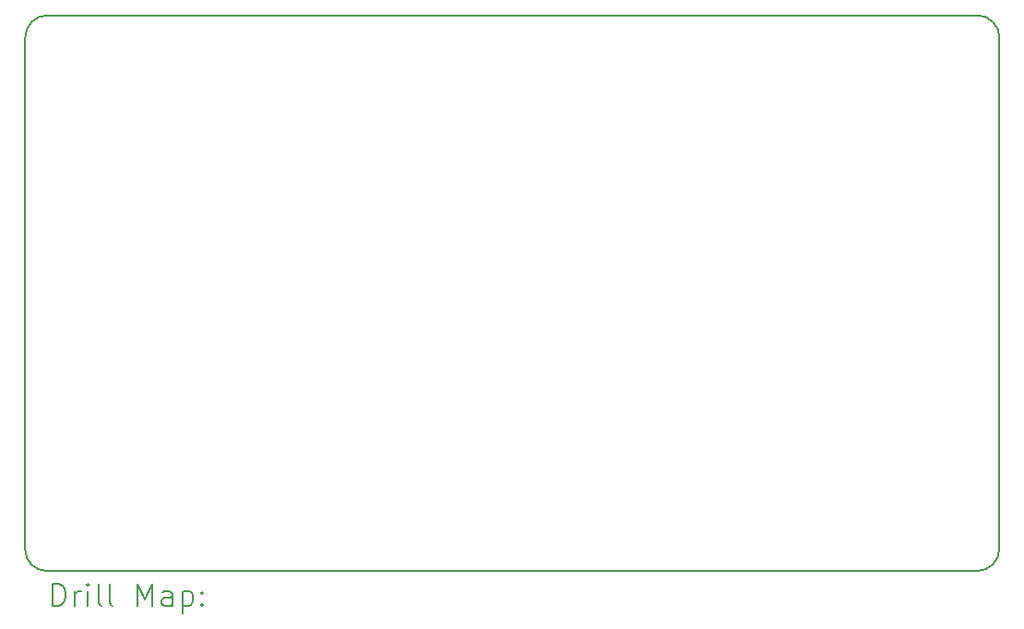
<source format=gbr>
%TF.GenerationSoftware,KiCad,Pcbnew,8.0.4*%
%TF.CreationDate,2025-04-27T23:41:52-04:00*%
%TF.ProjectId,HDW_BUSINESS_CARD,4844575f-4255-4534-994e-4553535f4341,rev?*%
%TF.SameCoordinates,Original*%
%TF.FileFunction,Drillmap*%
%TF.FilePolarity,Positive*%
%FSLAX45Y45*%
G04 Gerber Fmt 4.5, Leading zero omitted, Abs format (unit mm)*
G04 Created by KiCad (PCBNEW 8.0.4) date 2025-04-27 23:41:52*
%MOMM*%
%LPD*%
G01*
G04 APERTURE LIST*
%ADD10C,0.150000*%
%ADD11C,0.200000*%
G04 APERTURE END LIST*
D10*
X14020800Y-9977550D02*
X14020800Y-5283200D01*
X13817600Y-10180750D02*
X5276850Y-10180750D01*
X5080000Y-9983900D02*
X5080000Y-5283200D01*
X5283200Y-5080000D02*
X13817600Y-5080000D01*
X5080000Y-5283200D02*
G75*
G02*
X5283200Y-5080000I203200J0D01*
G01*
X13817600Y-5080000D02*
G75*
G02*
X14020800Y-5283200I0J-203200D01*
G01*
X14020800Y-9977550D02*
G75*
G02*
X13817600Y-10180750I-203200J0D01*
G01*
X5276850Y-10180750D02*
G75*
G02*
X5080000Y-9983900I0J196850D01*
G01*
D11*
X5333277Y-10499734D02*
X5333277Y-10299734D01*
X5333277Y-10299734D02*
X5380896Y-10299734D01*
X5380896Y-10299734D02*
X5409467Y-10309258D01*
X5409467Y-10309258D02*
X5428515Y-10328305D01*
X5428515Y-10328305D02*
X5438039Y-10347353D01*
X5438039Y-10347353D02*
X5447563Y-10385448D01*
X5447563Y-10385448D02*
X5447563Y-10414020D01*
X5447563Y-10414020D02*
X5438039Y-10452115D01*
X5438039Y-10452115D02*
X5428515Y-10471162D01*
X5428515Y-10471162D02*
X5409467Y-10490210D01*
X5409467Y-10490210D02*
X5380896Y-10499734D01*
X5380896Y-10499734D02*
X5333277Y-10499734D01*
X5533277Y-10499734D02*
X5533277Y-10366400D01*
X5533277Y-10404496D02*
X5542801Y-10385448D01*
X5542801Y-10385448D02*
X5552324Y-10375924D01*
X5552324Y-10375924D02*
X5571372Y-10366400D01*
X5571372Y-10366400D02*
X5590420Y-10366400D01*
X5657086Y-10499734D02*
X5657086Y-10366400D01*
X5657086Y-10299734D02*
X5647562Y-10309258D01*
X5647562Y-10309258D02*
X5657086Y-10318781D01*
X5657086Y-10318781D02*
X5666610Y-10309258D01*
X5666610Y-10309258D02*
X5657086Y-10299734D01*
X5657086Y-10299734D02*
X5657086Y-10318781D01*
X5780896Y-10499734D02*
X5761848Y-10490210D01*
X5761848Y-10490210D02*
X5752324Y-10471162D01*
X5752324Y-10471162D02*
X5752324Y-10299734D01*
X5885658Y-10499734D02*
X5866610Y-10490210D01*
X5866610Y-10490210D02*
X5857086Y-10471162D01*
X5857086Y-10471162D02*
X5857086Y-10299734D01*
X6114229Y-10499734D02*
X6114229Y-10299734D01*
X6114229Y-10299734D02*
X6180896Y-10442591D01*
X6180896Y-10442591D02*
X6247562Y-10299734D01*
X6247562Y-10299734D02*
X6247562Y-10499734D01*
X6428515Y-10499734D02*
X6428515Y-10394972D01*
X6428515Y-10394972D02*
X6418991Y-10375924D01*
X6418991Y-10375924D02*
X6399943Y-10366400D01*
X6399943Y-10366400D02*
X6361848Y-10366400D01*
X6361848Y-10366400D02*
X6342801Y-10375924D01*
X6428515Y-10490210D02*
X6409467Y-10499734D01*
X6409467Y-10499734D02*
X6361848Y-10499734D01*
X6361848Y-10499734D02*
X6342801Y-10490210D01*
X6342801Y-10490210D02*
X6333277Y-10471162D01*
X6333277Y-10471162D02*
X6333277Y-10452115D01*
X6333277Y-10452115D02*
X6342801Y-10433067D01*
X6342801Y-10433067D02*
X6361848Y-10423543D01*
X6361848Y-10423543D02*
X6409467Y-10423543D01*
X6409467Y-10423543D02*
X6428515Y-10414020D01*
X6523753Y-10366400D02*
X6523753Y-10566400D01*
X6523753Y-10375924D02*
X6542801Y-10366400D01*
X6542801Y-10366400D02*
X6580896Y-10366400D01*
X6580896Y-10366400D02*
X6599943Y-10375924D01*
X6599943Y-10375924D02*
X6609467Y-10385448D01*
X6609467Y-10385448D02*
X6618991Y-10404496D01*
X6618991Y-10404496D02*
X6618991Y-10461639D01*
X6618991Y-10461639D02*
X6609467Y-10480686D01*
X6609467Y-10480686D02*
X6599943Y-10490210D01*
X6599943Y-10490210D02*
X6580896Y-10499734D01*
X6580896Y-10499734D02*
X6542801Y-10499734D01*
X6542801Y-10499734D02*
X6523753Y-10490210D01*
X6704705Y-10480686D02*
X6714229Y-10490210D01*
X6714229Y-10490210D02*
X6704705Y-10499734D01*
X6704705Y-10499734D02*
X6695182Y-10490210D01*
X6695182Y-10490210D02*
X6704705Y-10480686D01*
X6704705Y-10480686D02*
X6704705Y-10499734D01*
X6704705Y-10375924D02*
X6714229Y-10385448D01*
X6714229Y-10385448D02*
X6704705Y-10394972D01*
X6704705Y-10394972D02*
X6695182Y-10385448D01*
X6695182Y-10385448D02*
X6704705Y-10375924D01*
X6704705Y-10375924D02*
X6704705Y-10394972D01*
M02*

</source>
